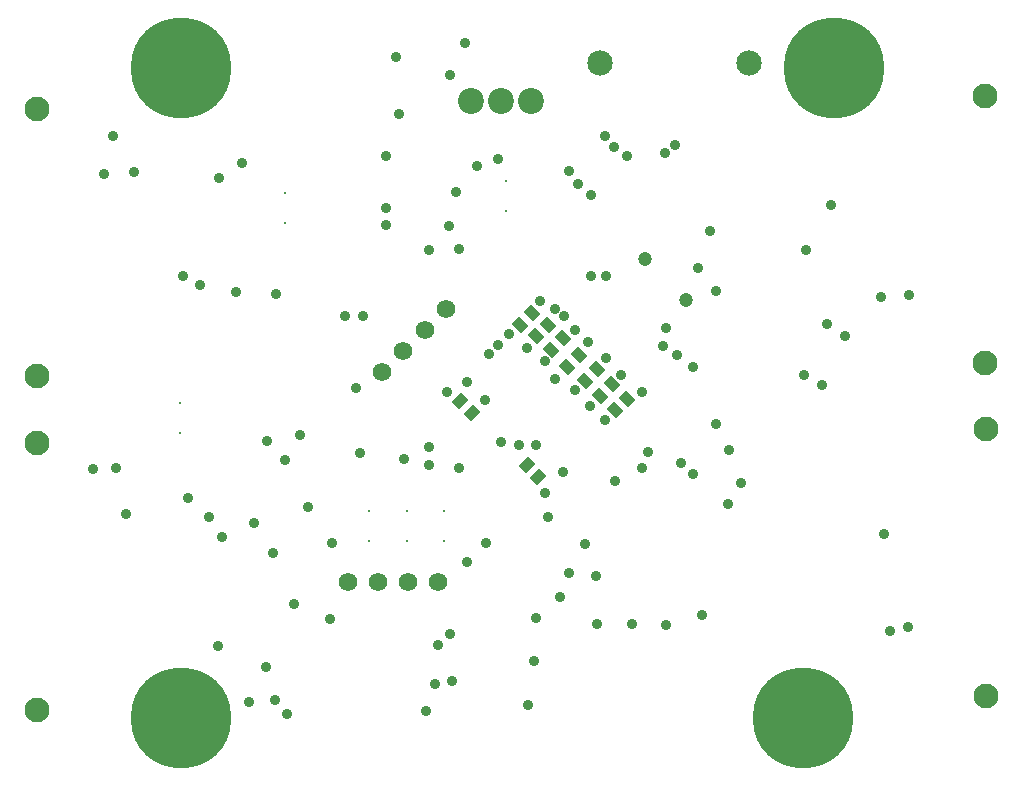
<source format=gbs>
G04 Layer_Color=16711935*
%FSLAX44Y44*%
%MOMM*%
G71*
G01*
G75*
G04:AMPARAMS|DCode=64|XSize=1.1mm|YSize=0.9mm|CornerRadius=0mm|HoleSize=0mm|Usage=FLASHONLY|Rotation=135.000|XOffset=0mm|YOffset=0mm|HoleType=Round|Shape=Rectangle|*
%AMROTATEDRECTD64*
4,1,4,0.7071,-0.0707,0.0707,-0.7071,-0.7071,0.0707,-0.0707,0.7071,0.7071,-0.0707,0.0*
%
%ADD64ROTATEDRECTD64*%

G04:AMPARAMS|DCode=65|XSize=1.1mm|YSize=0.9mm|CornerRadius=0mm|HoleSize=0mm|Usage=FLASHONLY|Rotation=225.000|XOffset=0mm|YOffset=0mm|HoleType=Round|Shape=Rectangle|*
%AMROTATEDRECTD65*
4,1,4,0.0707,0.7071,0.7071,0.0707,-0.0707,-0.7071,-0.7071,-0.0707,0.0707,0.7071,0.0*
%
%ADD65ROTATEDRECTD65*%

%ADD66C,8.5000*%
%ADD68C,1.2000*%
%ADD69C,2.2000*%
%ADD70C,2.1500*%
%ADD71C,2.1532*%
%ADD72C,1.5716*%
%ADD73C,2.1000*%
%ADD74C,0.9000*%
%ADD75C,0.2000*%
D64*
X1029940Y652971D02*
D03*
X1039839Y662871D02*
D03*
X975878Y703208D02*
D03*
X985777Y713108D02*
D03*
X988578Y691778D02*
D03*
X998477Y701677D02*
D03*
X1002290Y677170D02*
D03*
X1012190Y687070D02*
D03*
X1042512Y640399D02*
D03*
X1052412Y650298D02*
D03*
X962588Y713139D02*
D03*
X972487Y723039D02*
D03*
X1017400Y665610D02*
D03*
X1027300Y675510D02*
D03*
D65*
X967870Y594230D02*
D03*
X977770Y584330D02*
D03*
X921300Y638603D02*
D03*
X911400Y648503D02*
D03*
D66*
X675000Y380000D02*
D03*
X1201420D02*
D03*
X1228090Y930000D02*
D03*
X675000D02*
D03*
D68*
X1067925Y768569D02*
D03*
X1102432Y734062D02*
D03*
D69*
X971550Y902060D02*
D03*
X946150D02*
D03*
X920750D02*
D03*
D70*
X1155700Y934720D02*
D03*
D71*
X1029700D02*
D03*
D72*
X842010Y495300D02*
D03*
X816610D02*
D03*
X867410D02*
D03*
X892810D02*
D03*
X863510Y690790D02*
D03*
X845549Y672829D02*
D03*
X881470Y708750D02*
D03*
X899431Y726711D02*
D03*
D73*
X1355790Y906350D02*
D03*
Y680350D02*
D03*
X1356360Y624840D02*
D03*
Y398840D02*
D03*
X553020Y669390D02*
D03*
Y895390D02*
D03*
Y386980D02*
D03*
Y612980D02*
D03*
D74*
X925830Y847090D02*
D03*
X908050Y825500D02*
D03*
X746760Y422910D02*
D03*
X998220Y588010D02*
D03*
X985520Y549910D02*
D03*
X1202690Y670560D02*
D03*
X1217930Y661670D02*
D03*
X1236980Y703580D02*
D03*
X1127760Y628650D02*
D03*
X1139190Y607060D02*
D03*
X969010Y391160D02*
D03*
X676910Y754380D02*
D03*
X690880Y746760D02*
D03*
X680720Y566420D02*
D03*
X628650Y552450D02*
D03*
X698500Y549910D02*
D03*
X902623Y451430D02*
D03*
X822960Y659130D02*
D03*
X802640Y528320D02*
D03*
X1098550Y595630D02*
D03*
X1108710Y586740D02*
D03*
X1137920Y561340D02*
D03*
X1008380Y708660D02*
D03*
X707390Y836930D02*
D03*
X726440Y849630D02*
D03*
X848360Y855980D02*
D03*
X901700Y796290D02*
D03*
X943610Y853440D02*
D03*
X848360Y797560D02*
D03*
Y811530D02*
D03*
X1003300Y843280D02*
D03*
X1010920Y831850D02*
D03*
X1022350Y822960D02*
D03*
X885190Y775970D02*
D03*
X904240Y411480D02*
D03*
X1149350Y579120D02*
D03*
X885190Y594360D02*
D03*
X946150Y613410D02*
D03*
X961390Y610870D02*
D03*
X916940Y664677D02*
D03*
X932180Y648970D02*
D03*
X935990Y688340D02*
D03*
X943610Y695960D02*
D03*
X1033780Y632460D02*
D03*
X1021080Y643890D02*
D03*
X1008380Y657860D02*
D03*
X952500Y704850D02*
D03*
X967740Y693420D02*
D03*
X982980Y681990D02*
D03*
X991870Y666750D02*
D03*
X775970Y619760D02*
D03*
X1221740Y713740D02*
D03*
X1203960Y775970D02*
D03*
X1122680Y792480D02*
D03*
X1112520Y760730D02*
D03*
X1127760Y741680D02*
D03*
X902970Y924560D02*
D03*
X915670Y951230D02*
D03*
X617220Y872490D02*
D03*
X829310Y720090D02*
D03*
X814070D02*
D03*
X782320Y558800D02*
D03*
X826770Y604520D02*
D03*
X763270Y598170D02*
D03*
X709930Y533400D02*
D03*
X706120Y440690D02*
D03*
X882650Y386080D02*
D03*
X975360Y464820D02*
D03*
X974090Y427990D02*
D03*
X1085850Y458470D02*
D03*
X1116330Y467360D02*
D03*
X1027430Y459740D02*
D03*
X1056640D02*
D03*
X995680Y482600D02*
D03*
X1003300Y502920D02*
D03*
X1017270Y527050D02*
D03*
X600710Y590550D02*
D03*
X619760Y591820D02*
D03*
X609600Y840740D02*
D03*
X635000Y842010D02*
D03*
X975360Y610870D02*
D03*
X1083310Y694690D02*
D03*
X1085850Y709930D02*
D03*
X1035050Y754380D02*
D03*
X1022350D02*
D03*
X1290320Y457200D02*
D03*
X1275080Y453390D02*
D03*
X1291590Y737870D02*
D03*
X1267460Y736600D02*
D03*
X1084580Y858520D02*
D03*
X1052830Y855980D02*
D03*
X1041400Y863600D02*
D03*
X1033780Y872490D02*
D03*
X1093470Y864870D02*
D03*
X721360Y740410D02*
D03*
X1225550Y814070D02*
D03*
X857250Y939800D02*
D03*
X859790Y891540D02*
D03*
X755650Y739140D02*
D03*
X999661Y720090D02*
D03*
X1035050Y684702D02*
D03*
X1019810Y698500D02*
D03*
X1026160Y500380D02*
D03*
X1270000Y535940D02*
D03*
X910590Y777240D02*
D03*
X1108710Y676910D02*
D03*
X1094740Y687070D02*
D03*
X900186Y656125D02*
D03*
X979212Y733355D02*
D03*
X991784Y726171D02*
D03*
X1065422Y656125D02*
D03*
X983702Y570813D02*
D03*
X1047462Y670493D02*
D03*
X753110Y519430D02*
D03*
X736600Y544830D02*
D03*
X732790Y393700D02*
D03*
X754380Y394970D02*
D03*
X764540Y383540D02*
D03*
X933450Y528320D02*
D03*
X916940Y511810D02*
D03*
X910590Y591820D02*
D03*
X885190Y609600D02*
D03*
X863600Y599440D02*
D03*
X770890Y476250D02*
D03*
X892810Y441960D02*
D03*
X890270Y408940D02*
D03*
X1065711Y591820D02*
D03*
X1042670Y580390D02*
D03*
X1070610Y604881D02*
D03*
X801370Y463550D02*
D03*
X748030Y614680D02*
D03*
D75*
X949960Y808990D02*
D03*
Y834390D02*
D03*
X834390Y529590D02*
D03*
Y554990D02*
D03*
X866140Y529590D02*
D03*
Y554990D02*
D03*
X763270Y798830D02*
D03*
Y824230D02*
D03*
X897890Y529590D02*
D03*
Y554990D02*
D03*
X674370Y646430D02*
D03*
Y621030D02*
D03*
M02*

</source>
